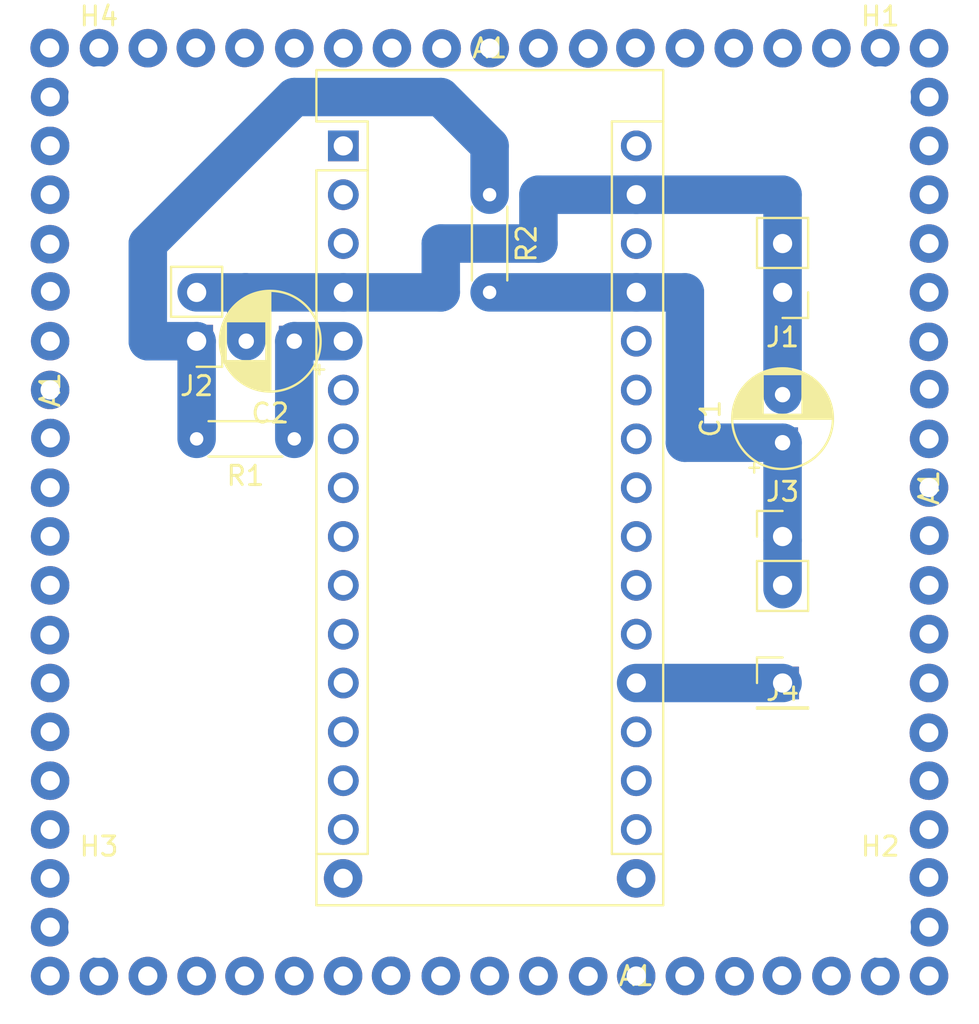
<source format=kicad_pcb>
(kicad_pcb (version 20211014) (generator pcbnew)
  (layers (0 "F.Cu" signal) (31 "B.Cu" signal) (34 "B.Paste" user) (35 "F.Paste" user) (36 "B.SilkS" user "B.Silkscreen") (37 "F.SilkS" user "F.Silkscreen") (38 "B.Mask" user) (39 "F.Mask" user) (44 "Edge.Cuts" user))
  (net 0 "")
  (net 4 "GND")
  (net 5 "Net-(A1-Pad5)")
  (net 22 "+5V")
  (net 25 "Net-(J2-Pad1)")
  (net 28 "Net-(J4-Pad1)")
  (footprint "Capacitor_THT:CP_Radial_D5.0mm_P2.50mm" (layer "F.Cu") (at 154.94 96.72 90)
    (fp_text reference "C1" (at 1.25 -3.75 90) (layer "F.SilkS"))
    (fp_text value "10uF")
    (fp_line (start 1.65 -2.55) (end 1.65 -1.04) (layer "F.SilkS") (width 0.12))
    (fp_line (start 1.53 -2.565) (end 1.53 -1.04) (layer "F.SilkS") (width 0.12))
    (fp_line (start 3.091 -1.826) (end 3.091 -1.04) (layer "F.SilkS") (width 0.12))
    (fp_line (start 3.131 1.04) (end 3.131 1.785) (layer "F.SilkS") (width 0.12))
    (fp_line (start 2.651 -2.175) (end 2.651 -1.04) (layer "F.SilkS") (width 0.12))
    (fp_line (start 2.611 -2.2) (end 2.611 -1.04) (layer "F.SilkS") (width 0.12))
    (fp_line (start 1.61 1.04) (end 1.61 2.556) (layer "F.SilkS") (width 0.12))
    (fp_line (start 2.891 1.04) (end 2.891 2.004) (layer "F.SilkS") (width 0.12))
    (fp_line (start 2.291 1.04) (end 2.291 2.365) (layer "F.SilkS") (width 0.12))
    (fp_line (start 3.411 1.04) (end 3.411 1.443) (layer "F.SilkS") (width 0.12))
    (fp_line (start 2.611 1.04) (end 2.611 2.2) (layer "F.SilkS") (width 0.12))
    (fp_line (start -1.304775 -1.725) (end -1.304775 -1.225) (layer "F.SilkS") (width 0.12))
    (fp_line (start 1.53 1.04) (end 1.53 2.565) (layer "F.SilkS") (width 0.12))
    (fp_line (start 2.131 1.04) (end 2.131 2.428) (layer "F.SilkS") (width 0.12))
    (fp_line (start -1.554775 -1.475) (end -1.054775 -1.475) (layer "F.SilkS") (width 0.12))
    (fp_line (start 2.411 1.04) (end 2.411 2.31) (layer "F.SilkS") (width 0.12))
    (fp_line (start 2.091 1.04) (end 2.091 2.442) (layer "F.SilkS") (width 0.12))
    (fp_line (start 2.491 -2.268) (end 2.491 -1.04) (layer "F.SilkS") (width 0.12))
    (fp_line (start 2.691 -2.149) (end 2.691 -1.04) (layer "F.SilkS") (width 0.12))
    (fp_line (start 2.931 -1.971) (end 2.931 -1.04) (layer "F.SilkS") (width 0.12))
    (fp_line (start 1.93 -2.491) (end 1.93 -1.04) (layer "F.SilkS") (width 0.12))
    (fp_line (start 2.171 -2.414) (end 2.171 -1.04) (layer "F.SilkS") (width 0.12))
    (fp_line (start 1.89 1.04) (end 1.89 2.501) (layer "F.SilkS") (width 0.12))
    (fp_line (start 3.251 1.04) (end 3.251 1.653) (layer "F.SilkS") (width 0.12))
    (fp_line (start 1.971 1.04) (end 1.971 2.48) (layer "F.SilkS") (width 0.12))
    (fp_line (start 2.731 1.04) (end 2.731 2.122) (layer "F.SilkS") (width 0.12))
    (fp_line (start 3.211 -1.699) (end 3.211 -1.04) (layer "F.SilkS") (width 0.12))
    (fp_line (start 3.011 -1.901) (end 3.011 -1.04) (layer "F.SilkS") (width 0.12))
    (fp_line (start 1.69 1.04) (end 1.69 2.543) (layer "F.SilkS") (width 0.12))
    (fp_line (start 1.65 1.04) (end 1.65 2.55) (layer "F.SilkS") (width 0.12))
    (fp_line (start 3.691 -0.915) (end 3.691 0.915) (layer "F.SilkS") (width 0.12))
    (fp_line (start 1.77 1.04) (end 1.77 2.528) (layer "F.SilkS") (width 0.12))
    (fp_line (start 2.011 -2.468) (end 2.011 -1.04) (layer "F.SilkS") (width 0.12))
    (fp_line (start 2.411 -2.31) (end 2.411 -1.04) (layer "F.SilkS") (width 0.12))
    (fp_line (start 2.371 -2.329) (end 2.371 -1.04) (layer "F.SilkS") (width 0.12))
    (fp_line (start 2.331 -2.348) (end 2.331 -1.04) (layer "F.SilkS") (width 0.12))
    (fp_line (start 2.771 1.04) (end 2.771 2.095) (layer "F.SilkS") (width 0.12))
    (fp_line (start 1.85 1.04) (end 1.85 2.511) (layer "F.SilkS") (width 0.12))
    (fp_line (start 3.051 1.04) (end 3.051 1.864) (layer "F.SilkS") (width 0.12))
    (fp_line (start 1.45 -2.573) (end 1.45 2.573) (layer "F.SilkS") (width 0.12))
    (fp_line (start 2.051 1.04) (end 2.051 2.455) (layer "F.SilkS") (width 0.12))
    (fp_line (start 2.891 -2.004) (end 2.891 -1.04) (layer "F.SilkS") (width 0.12))
    (fp_line (start 3.251 -1.653) (end 3.251 -1.04) (layer "F.SilkS") (width 0.12))
    (fp_line (start 2.571 -2.224) (end 2.571 -1.04) (layer "F.SilkS") (width 0.12))
    (fp_line (start 3.611 -1.098) (end 3.611 1.098) (layer "F.SilkS") (width 0.12))
    (fp_line (start 1.25 -2.58) (end 1.25 2.58) (layer "F.SilkS") (width 0.12))
    (fp_line (start 1.81 1.04) (end 1.81 2.52) (layer "F.SilkS") (width 0.12))
    (fp_line (start 1.33 -2.579) (end 1.33 2.579) (layer "F.SilkS") (width 0.12))
    (fp_line (start 3.451 1.04) (end 3.451 1.383) (layer "F.SilkS") (width 0.12))
    (fp_line (start 2.091 -2.442) (end 2.091 -1.04) (layer "F.SilkS") (width 0.12))
    (fp_line (start 1.73 -2.536) (end 1.73 -1.04) (layer "F.SilkS") (width 0.12))
    (fp_line (start 3.491 1.04) (end 3.491 1.319) (layer "F.SilkS") (width 0.12))
    (fp_line (start 3.491 -1.319) (end 3.491 -1.04) (layer "F.SilkS") (width 0.12))
    (fp_line (start 1.69 -2.543) (end 1.69 -1.04) (layer "F.SilkS") (width 0.12))
    (fp_line (start 2.011 1.04) (end 2.011 2.468) (layer "F.SilkS") (width 0.12))
    (fp_line (start 1.37 -2.578) (end 1.37 2.578) (layer "F.SilkS") (width 0.12))
    (fp_line (start 2.971 1.04) (end 2.971 1.937) (layer "F.SilkS") (width 0.12))
    (fp_line (start 2.691 1.04) (end 2.691 2.149) (layer "F.SilkS") (width 0.12))
    (fp_line (start 3.451 -1.383) (end 3.451 -1.04) (layer "F.SilkS") (width 0.12))
    (fp_line (start 3.331 1.04) (end 3.331 1.554) (layer "F.SilkS") (width 0.12))
    (fp_line (start 2.211 -2.398) (end 2.211 -1.04) (layer "F.SilkS") (width 0.12))
    (fp_line (start 1.57 -2.561) (end 1.57 -1.04) (layer "F.SilkS") (width 0.12))
    (fp_line (start 2.851 -2.035) (end 2.851 -1.04) (layer "F.SilkS") (width 0.12))
    (fp_line (start 2.811 -2.065) (end 2.811 -1.04) (layer "F.SilkS") (width 0.12))
    (fp_line (start 1.971 -2.48) (end 1.971 -1.04) (layer "F.SilkS") (width 0.12))
    (fp_line (start 3.051 -1.864) (end 3.051 -1.04) (layer "F.SilkS") (width 0.12))
    (fp_line (start 2.971 -1.937) (end 2.971 -1.04) (layer "F.SilkS") (width 0.12))
    (fp_line (start 3.571 -1.178) (end 3.571 1.178) (layer "F.SilkS") (width 0.12))
    (fp_line (start 1.29 -2.58) (end 1.29 2.58) (layer "F.SilkS") (width 0.12))
    (fp_line (start 3.291 1.04) (end 3.291 1.605) (layer "F.SilkS") (width 0.12))
    (fp_line (start 3.731 -0.805) (end 3.731 0.805) (layer "F.SilkS") (width 0.12))
    (fp_line (start 2.811 1.04) (end 2.811 2.065) (layer "F.SilkS") (width 0.12))
    (fp_line (start 3.411 -1.443) (end 3.411 -1.04) (layer "F.SilkS") (width 0.12))
    (fp_line (start 1.81 -2.52) (end 1.81 -1.04) (layer "F.SilkS") (width 0.12))
    (fp_line (start 1.93 1.04) (end 1.93 2.491) (layer "F.SilkS") (width 0.12))
    (fp_line (start 1.49 1.04) (end 1.49 2.569) (layer "F.SilkS") (width 0.12))
    (fp_line (start 3.291 -1.605) (end 3.291 -1.04) (layer "F.SilkS") (width 0.12))
    (fp_line (start 2.131 -2.428) (end 2.131 -1.04) (layer "F.SilkS") (width 0.12))
    (fp_line (start 1.89 -2.501) (end 1.89 -1.04) (layer "F.SilkS") (width 0.12))
    (fp_line (start 2.851 1.04) (end 2.851 2.035) (layer "F.SilkS") (width 0.12))
    (fp_line (start 2.531 1.04) (end 2.531 2.247) (layer "F.SilkS") (width 0.12))
    (fp_line (start 1.49 -2.569) (end 1.49 -1.04) (layer "F.SilkS") (width 0.12))
    (fp_line (start 2.211 1.04) (end 2.211 2.398) (layer "F.SilkS") (width 0.12))
    (fp_line (start 2.331 1.04) (end 2.331 2.348) (layer "F.SilkS") (width 0.12))
    (fp_line (start 1.61 -2.556) (end 1.61 -1.04) (layer "F.SilkS") (width 0.12))
    (fp_line (start 3.171 1.04) (end 3.171 1.743) (layer "F.SilkS") (width 0.12))
    (fp_line (start 3.211 1.04) (end 3.211 1.699) (layer "F.SilkS") (width 0.12))
    (fp_line (start 2.451 -2.29) (end 2.451 -1.04) (layer "F.SilkS") (width 0.12))
    (fp_line (start 1.57 1.04) (end 1.57 2.561) (layer "F.SilkS") (width 0.12))
    (fp_line (start 3.331 -1.554) (end 3.331 -1.04) (layer "F.SilkS") (width 0.12))
    (fp_line (start 2.251 1.04) (end 2.251 2.382) (layer "F.SilkS") (width 0.12))
    (fp_line (start 3.651 -1.011) (end 3.651 1.011) (layer "F.SilkS") (width 0.12))
    (fp_line (start 1.41 -2.576) (end 1.41 2.576) (layer "F.SilkS") (width 0.12))
    (fp_line (start 3.091 1.04) (end 3.091 1.826) (layer "F.SilkS") (width 0.12))
    (fp_line (start 2.251 -2.382) (end 2.251 -1.04) (layer "F.SilkS") (width 0.12))
    (fp_line (start 1.85 -2.511) (end 1.85 -1.04) (layer "F.SilkS") (width 0.12))
    (fp_line (start 1.77 -2.528) (end 1.77 -1.04) (layer "F.SilkS") (width 0.12))
    (fp_line (start 3.531 -1.251) (end 3.531 -1.04) (layer "F.SilkS") (width 0.12))
    (fp_line (start 3.851 -0.284) (end 3.851 0.284) (layer "F.SilkS") (width 0.12))
    (fp_line (start 3.011 1.04) (end 3.011 1.901) (layer "F.SilkS") (width 0.12))
    (fp_line (start 2.931 1.04) (end 2.931 1.971) (layer "F.SilkS") (width 0.12))
    (fp_line (start 3.531 1.04) (end 3.531 1.251) (layer "F.SilkS") (width 0.12))
    (fp_line (start 2.291 -2.365) (end 2.291 -1.04) (layer "F.SilkS") (width 0.12))
    (fp_line (start 3.371 -1.5) (end 3.371 -1.04) (layer "F.SilkS") (width 0.12))
    (fp_line (start 3.171 -1.743) (end 3.171 -1.04) (layer "F.SilkS") (width 0.12))
    (fp_line (start 2.771 -2.095) (end 2.771 -1.04) (layer "F.SilkS") (width 0.12))
    (fp_line (start 2.451 1.04) (end 2.451 2.29) (layer "F.SilkS") (width 0.12))
    (fp_line (start 3.131 -1.785) (end 3.131 -1.04) (layer "F.SilkS") (width 0.12))
    (fp_line (start 2.371 1.04) (end 2.371 2.329) (layer "F.SilkS") (width 0.12))
    (fp_line (start 3.371 1.04) (end 3.371 1.5) (layer "F.SilkS") (width 0.12))
    (fp_line (start 2.531 -2.247) (end 2.531 -1.04) (layer "F.SilkS") (width 0.12))
    (fp_line (start 2.571 1.04) (end 2.571 2.224) (layer "F.SilkS") (width 0.12))
    (fp_line (start 2.051 -2.455) (end 2.051 -1.04) (layer "F.SilkS") (width 0.12))
    (fp_line (start 2.171 1.04) (end 2.171 2.414) (layer "F.SilkS") (width 0.12))
    (fp_line (start 2.651 1.04) (end 2.651 2.175) (layer "F.SilkS") (width 0.12))
    (fp_line (start 1.73 1.04) (end 1.73 2.536) (layer "F.SilkS") (width 0.12))
    (fp_line (start 3.771 -0.677) (end 3.771 0.677) (layer "F.SilkS") (width 0.12))
    (fp_line (start 2.731 -2.122) (end 2.731 -1.04) (layer "F.SilkS") (width 0.12))
    (fp_line (start 3.811 -0.518) (end 3.811 0.518) (layer "F.SilkS") (width 0.12))
    (fp_line (start 2.491 1.04) (end 2.491 2.268) (layer "F.SilkS") (width 0.12))
    (fp_circle (center 1.25 0) (end 3.87 0) (layer "F.SilkS") (width 0.12) (fill none))
    (pad "1" thru_hole rect (at 0 0 90) (size 1.6 1.6) (drill 0.8) (layers *.Cu *.Mask) (net 22 "+5V"))
    (pad "2" thru_hole circle (at 2.5 0 90) (size 1.6 1.6) (drill 0.8) (layers *.Cu *.Mask) (net 4 "GND"))
  )
  (footprint "Capacitor_THT:CP_Radial_D5.0mm_P2.50mm" (layer "F.Cu") (at 129.54 91.44 180)
    (fp_text reference "C2" (at 1.25 -3.75) (layer "F.SilkS"))
    (fp_text value "10uF")
    (fp_line (start 1.25 -2.58) (end 1.25 2.58) (layer "F.SilkS") (width 0.12))
    (fp_line (start 2.531 1.04) (end 2.531 2.247) (layer "F.SilkS") (width 0.12))
    (fp_line (start 3.331 1.04) (end 3.331 1.554) (layer "F.SilkS") (width 0.12))
    (fp_line (start 2.131 -2.428) (end 2.131 -1.04) (layer "F.SilkS") (width 0.12))
    (fp_line (start 2.211 1.04) (end 2.211 2.398) (layer "F.SilkS") (width 0.12))
    (fp_line (start 2.011 1.04) (end 2.011 2.468) (layer "F.SilkS") (width 0.12))
    (fp_line (start 3.291 1.04) (end 3.291 1.605) (layer "F.SilkS") (width 0.12))
    (fp_line (start 1.69 -2.543) (end 1.69 -1.04) (layer "F.SilkS") (width 0.12))
    (fp_line (start 3.211 1.04) (end 3.211 1.699) (layer "F.SilkS") (width 0.12))
    (fp_line (start 3.371 -1.5) (end 3.371 -1.04) (layer "F.SilkS") (width 0.12))
    (fp_line (start 2.371 -2.329) (end 2.371 -1.04) (layer "F.SilkS") (width 0.12))
    (fp_line (start 2.371 1.04) (end 2.371 2.329) (layer "F.SilkS") (width 0.12))
    (fp_line (start 2.451 -2.29) (end 2.451 -1.04) (layer "F.SilkS") (width 0.12))
    (fp_line (start 2.491 -2.268) (end 2.491 -1.04) (layer "F.SilkS") (width 0.12))
    (fp_line (start 3.091 -1.826) (end 3.091 -1.04) (layer "F.SilkS") (width 0.12))
    (fp_line (start 3.251 1.04) (end 3.251 1.653) (layer "F.SilkS") (width 0.12))
    (fp_line (start 3.331 -1.554) (end 3.331 -1.04) (layer "F.SilkS") (width 0.12))
    (fp_line (start 2.691 -2.149) (end 2.691 -1.04) (layer "F.SilkS") (width 0.12))
    (fp_line (start 2.171 1.04) (end 2.171 2.414) (layer "F.SilkS") (width 0.12))
    (fp_line (start 2.651 -2.175) (end 2.651 -1.04) (layer "F.SilkS") (width 0.12))
    (fp_line (start -1.304775 -1.725) (end -1.304775 -1.225) (layer "F.SilkS") (width 0.12))
    (fp_line (start 2.251 -2.382) (end 2.251 -1.04) (layer "F.SilkS") (width 0.12))
    (fp_line (start 3.531 1.04) (end 3.531 1.251) (layer "F.SilkS") (width 0.12))
    (fp_line (start 2.691 1.04) (end 2.691 2.149) (layer "F.SilkS") (width 0.12))
    (fp_line (start 1.57 -2.561) (end 1.57 -1.04) (layer "F.SilkS") (width 0.12))
    (fp_line (start 2.331 1.04) (end 2.331 2.348) (layer "F.SilkS") (width 0.12))
    (fp_line (start 1.971 1.04) (end 1.971 2.48) (layer "F.SilkS") (width 0.12))
    (fp_line (start 2.771 1.04) (end 2.771 2.095) (layer "F.SilkS") (width 0.12))
    (fp_line (start 2.171 -2.414) (end 2.171 -1.04) (layer "F.SilkS") (width 0.12))
    (fp_line (start 1.57 1.04) (end 1.57 2.561) (layer "F.SilkS") (width 0.12))
    (fp_line (start 3.131 -1.785) (end 3.131 -1.04) (layer "F.SilkS") (width 0.12))
    (fp_line (start 1.49 1.04) (end 1.49 2.569) (layer "F.SilkS") (width 0.12))
    (fp_line (start 2.971 -1.937) (end 2.971 -1.04) (layer "F.SilkS") (width 0.12))
    (fp_line (start 3.451 -1.383) (end 3.451 -1.04) (layer "F.SilkS") (width 0.12))
    (fp_line (start 2.451 1.04) (end 2.451 2.29) (layer "F.SilkS") (width 0.12))
    (fp_line (start 3.731 -0.805) (end 3.731 0.805) (layer "F.SilkS") (width 0.12))
    (fp_line (start 3.251 -1.653) (end 3.251 -1.04) (layer "F.SilkS") (width 0.12))
    (fp_line (start 1.85 -2.511) (end 1.85 -1.04) (layer "F.SilkS") (width 0.12))
    (fp_line (start 3.131 1.04) (end 3.131 1.785) (layer "F.SilkS") (width 0.12))
    (fp_line (start 3.451 1.04) (end 3.451 1.383) (layer "F.SilkS") (width 0.12))
    (fp_line (start 2.611 1.04) (end 2.611 2.2) (layer "F.SilkS") (width 0.12))
    (fp_line (start 2.091 1.04) (end 2.091 2.442) (layer "F.SilkS") (width 0.12))
    (fp_line (start 1.81 1.04) (end 1.81 2.52) (layer "F.SilkS") (width 0.12))
    (fp_line (start 3.411 -1.443) (end 3.411 -1.04) (layer "F.SilkS") (width 0.12))
    (fp_line (start 3.491 1.04) (end 3.491 1.319) (layer "F.SilkS") (width 0.12))
    (fp_line (start 2.331 -2.348) (end 2.331 -1.04) (layer "F.SilkS") (width 0.12))
    (fp_line (start 3.611 -1.098) (end 3.611 1.098) (layer "F.SilkS") (width 0.12))
    (fp_line (start 3.531 -1.251) (end 3.531 -1.04) (layer "F.SilkS") (width 0.12))
    (fp_line (start 2.891 1.04) (end 2.891 2.004) (layer "F.SilkS") (width 0.12))
    (fp_line (start 3.691 -0.915) (end 3.691 0.915) (layer "F.SilkS") (width 0.12))
    (fp_line (start 1.85 1.04) (end 1.85 2.511) (layer "F.SilkS") (width 0.12))
    (fp_line (start 2.411 1.04) (end 2.411 2.31) (layer "F.SilkS") (width 0.12))
    (fp_line (start 1.93 1.04) (end 1.93 2.491) (layer "F.SilkS") (width 0.12))
    (fp_line (start 3.091 1.04) (end 3.091 1.826) (layer "F.SilkS") (width 0.12))
    (fp_line (start 3.011 1.04) (end 3.011 1.901) (layer "F.SilkS") (width 0.12))
    (fp_line (start 2.211 -2.398) (end 2.211 -1.04) (layer "F.SilkS") (width 0.12))
    (fp_line (start 2.971 1.04) (end 2.971 1.937) (layer "F.SilkS") (width 0.12))
    (fp_line (start 2.011 -2.468) (end 2.011 -1.04) (layer "F.SilkS") (width 0.12))
    (fp_line (start 1.971 -2.48) (end 1.971 -1.04) (layer "F.SilkS") (width 0.12))
    (fp_line (start 1.89 1.04) (end 1.89 2.501) (layer "F.SilkS") (width 0.12))
    (fp_line (start -1.554775 -1.475) (end -1.054775 -1.475) (layer "F.SilkS") (width 0.12))
    (fp_line (start 2.291 -2.365) (end 2.291 -1.04) (layer "F.SilkS") (width 0.12))
    (fp_line (start 3.051 -1.864) (end 3.051 -1.04) (layer "F.SilkS") (width 0.12))
    (fp_line (start 2.491 1.04) (end 2.491 2.268) (layer "F.SilkS") (width 0.12))
    (fp_line (start 1.89 -2.501) (end 1.89 -1.04) (layer "F.SilkS") (width 0.12))
    (fp_line (start 3.651 -1.011) (end 3.651 1.011) (layer "F.SilkS") (width 0.12))
    (fp_line (start 2.851 1.04) (end 2.851 2.035) (layer "F.SilkS") (width 0.12))
    (fp_line (start 2.851 -2.035) (end 2.851 -1.04) (layer "F.SilkS") (width 0.12))
    (fp_line (start 1.69 1.04) (end 1.69 2.543) (layer "F.SilkS") (width 0.12))
    (fp_line (start 3.371 1.04) (end 3.371 1.5) (layer "F.SilkS") (width 0.12))
    (fp_line (start 1.53 1.04) (end 1.53 2.565) (layer "F.SilkS") (width 0.12))
    (fp_line (start 1.29 -2.58) (end 1.29 2.58) (layer "F.SilkS") (width 0.12))
    (fp_line (start 2.571 1.04) (end 2.571 2.224) (layer "F.SilkS") (width 0.12))
    (fp_line (start 3.411 1.04) (end 3.411 1.443) (layer "F.SilkS") (width 0.12))
    (fp_line (start 3.771 -0.677) (end 3.771 0.677) (layer "F.SilkS") (width 0.12))
    (fp_line (start 1.77 1.04) (end 1.77 2.528) (layer "F.SilkS") (width 0.12))
    (fp_line (start 2.651 1.04) (end 2.651 2.175) (layer "F.SilkS") (width 0.12))
    (fp_line (start 1.81 -2.52) (end 1.81 -1.04) (layer "F.SilkS") (width 0.12))
    (fp_line (start 3.171 1.04) (end 3.171 1.743) (layer "F.SilkS") (width 0.12))
    (fp_line (start 2.811 1.04) (end 2.811 2.065) (layer "F.SilkS") (width 0.12))
    (fp_line (start 2.091 -2.442) (end 2.091 -1.04) (layer "F.SilkS") (width 0.12))
    (fp_line (start 2.891 -2.004) (end 2.891 -1.04) (layer "F.SilkS") (width 0.12))
    (fp_line (start 2.251 1.04) (end 2.251 2.382) (layer "F.SilkS") (width 0.12))
    (fp_line (start 2.411 -2.31) (end 2.411 -1.04) (layer "F.SilkS") (width 0.12))
    (fp_line (start 3.571 -1.178) (end 3.571 1.178) (layer "F.SilkS") (width 0.12))
    (fp_line (start 1.73 1.04) (end 1.73 2.536) (layer "F.SilkS") (width 0.12))
    (fp_line (start 1.33 -2.579) (end 1.33 2.579) (layer "F.SilkS") (width 0.12))
    (fp_line (start 3.051 1.04) (end 3.051 1.864) (layer "F.SilkS") (width 0.12))
    (fp_line (start 3.011 -1.901) (end 3.011 -1.04) (layer "F.SilkS") (width 0.12))
    (fp_line (start 2.611 -2.2) (end 2.611 -1.04) (layer "F.SilkS") (width 0.12))
    (fp_line (start 1.93 -2.491) (end 1.93 -1.04) (layer "F.SilkS") (width 0.12))
    (fp_line (start 3.171 -1.743) (end 3.171 -1.04) (layer "F.SilkS") (width 0.12))
    (fp_line (start 1.61 -2.556) (end 1.61 -1.04) (layer "F.SilkS") (width 0.12))
    (fp_line (start 2.051 -2.455) (end 2.051 -1.04) (layer "F.SilkS") (width 0.12))
    (fp_line (start 2.051 1.04) (end 2.051 2.455) (layer "F.SilkS") (width 0.12))
    (fp_line (start 2.731 1.04) (end 2.731 2.122) (layer "F.SilkS") (width 0.12))
    (fp_line (start 1.49 -2.569) (end 1.49 -1.04) (layer "F.SilkS") (width 0.12))
    (fp_line (start 1.45 -2.573) (end 1.45 2.573) (layer "F.SilkS") (width 0.12))
    (fp_line (start 2.931 -1.971) (end 2.931 -1.04) (layer "F.SilkS") (width 0.12))
    (fp_line (start 2.811 -2.065) (end 2.811 -1.04) (layer "F.SilkS") (width 0.12))
    (fp_line (start 2.131 1.04) (end 2.131 2.428) (layer "F.SilkS") (width 0.12))
    (fp_line (start 2.291 1.04) (end 2.291 2.365) (layer "F.SilkS") (width 0.12))
    (fp_line (start 2.731 -2.122) (end 2.731 -1.04) (layer "F.SilkS") (width 0.12))
    (fp_line (start 1.41 -2.576) (end 1.41 2.576) (layer "F.SilkS") (width 0.12))
    (fp_line (start 2.931 1.04) (end 2.931 1.971) (layer "F.SilkS") (width 0.12))
    (fp_line (start 3.851 -0.284) (end 3.851 0.284) (layer "F.SilkS") (width 0.12))
    (fp_line (start 2.571 -2.224) (end 2.571 -1.04) (layer "F.SilkS") (width 0.12))
    (fp_line (start 1.73 -2.536) (end 1.73 -1.04) (layer "F.SilkS") (width 0.12))
    (fp_line (start 1.65 1.04) (end 1.65 2.55) (layer "F.SilkS") (width 0.12))
    (fp_line (start 1.65 -2.55) (end 1.65 -1.04) (layer "F.SilkS") (width 0.12))
    (fp_line (start 3.491 -1.319) (end 3.491 -1.04) (layer "F.SilkS") (width 0.12))
    (fp_line (start 1.77 -2.528) (end 1.77 -1.04) (layer "F.SilkS") (width 0.12))
    (fp_line (start 3.211 -1.699) (end 3.211 -1.04) (layer "F.SilkS") (width 0.12))
    (fp_line (start 2.531 -2.247) (end 2.531 -1.04) (layer "F.SilkS") (width 0.12))
    (fp_line (start 1.53 -2.565) (end 1.53 -1.04) (layer "F.SilkS") (width 0.12))
    (fp_line (start 3.811 -0.518) (end 3.811 0.518) (layer "F.SilkS") (width 0.12))
    (fp_line (start 1.37 -2.578) (end 1.37 2.578) (layer "F.SilkS") (width 0.12))
    (fp_line (start 1.61 1.04) (end 1.61 2.556) (layer "F.SilkS") (width 0.12))
    (fp_line (start 2.771 -2.095) (end 2.771 -1.04) (layer "F.SilkS") (width 0.12))
    (fp_line (start 3.291 -1.605) (end 3.291 -1.04) (layer "F.SilkS") (width 0.12))
    (fp_circle (center 1.25 0) (end 3.87 0) (layer "F.SilkS") (width 0.12) (fill none))
    (pad "1" thru_hole rect (at 0 0 180) (size 1.6 1.6) (drill 0.8) (layers *.Cu *.Mask) (net 5 "Net-(A1-Pad5)"))
    (pad "2" thru_hole circle (at 2.5 0 180) (size 1.6 1.6) (drill 0.8) (layers *.Cu *.Mask) (net 4 "GND"))
  )
  (footprint "Connector_PinHeader_2.54mm:PinHeader_1x02_P2.54mm_Vertical" (layer "F.Cu") (at 154.94 88.9 180)
    (fp_text reference "J1" (at 0 -2.33) (layer "F.SilkS"))
    (fp_text value "Conn_01x02")
    (fp_line (start -1.33 -1.33) (end 0 -1.33) (layer "F.SilkS") (width 0.12))
    (fp_line (start -1.33 1.27) (end -1.33 3.87) (layer "F.SilkS") (width 0.12))
    (fp_line (start -1.33 3.87) (end 1.33 3.87) (layer "F.SilkS") (width 0.12))
    (fp_line (start -1.33 0) (end -1.33 -1.33) (layer "F.SilkS") (width 0.12))
    (fp_line (start -1.33 1.27) (end 1.33 1.27) (layer "F.SilkS") (width 0.12))
    (fp_line (start 1.33 1.27) (end 1.33 3.87) (layer "F.SilkS") (width 0.12))
    (pad "1" thru_hole rect (at 0 0 180) (size 1.7 1.7) (drill 1) (layers *.Cu *.Mask) (net 4 "GND"))
    (pad "2" thru_hole oval (at 0 2.54 180) (size 1.7 1.7) (drill 1) (layers *.Cu *.Mask) (net 4 "GND"))
  )
  (footprint "Connector_PinHeader_2.54mm:PinHeader_1x02_P2.54mm_Vertical" (layer "F.Cu") (at 154.94 101.6)
    (fp_text reference "J3" (at 0 -2.33) (layer "F.SilkS"))
    (fp_text value "Conn_01x02")
    (fp_line (start 1.33 1.27) (end 1.33 3.87) (layer "F.SilkS") (width 0.12))
    (fp_line (start -1.33 1.27) (end 1.33 1.27) (layer "F.SilkS") (width 0.12))
    (fp_line (start -1.33 0) (end -1.33 -1.33) (layer "F.SilkS") (width 0.12))
    (fp_line (start -1.33 1.27) (end -1.33 3.87) (layer "F.SilkS") (width 0.12))
    (fp_line (start -1.33 3.87) (end 1.33 3.87) (layer "F.SilkS") (width 0.12))
    (fp_line (start -1.33 -1.33) (end 0 -1.33) (layer "F.SilkS") (width 0.12))
    (pad "1" thru_hole rect (at 0 0) (size 1.7 1.7) (drill 1) (layers *.Cu *.Mask) (net 22 "+5V"))
    (pad "2" thru_hole oval (at 0 2.54) (size 1.7 1.7) (drill 1) (layers *.Cu *.Mask) (net 22 "+5V"))
  )
  (footprint "MountingHole:MountingHole_3.2mm_M3" (layer "F.Cu") (at 160.02 121.92)
    (fp_text reference "H2" (at 0 -4.2) (layer "F.SilkS"))
    (fp_text value "MountingHole")
    (pad "" np_thru_hole circle (at 0 0) (size 3.2 3.2) (drill 3.2) (layers *.Cu *.Mask))
  )
  (footprint "MountingHole:MountingHole_3.2mm_M3" (layer "F.Cu") (at 160.02 78.74)
    (fp_text reference "H1" (at 0 -4.2) (layer "F.SilkS"))
    (fp_text value "MountingHole")
    (pad "" np_thru_hole circle (at 0 0) (size 3.2 3.2) (drill 3.2) (layers *.Cu *.Mask))
  )
  (footprint "MountingHole:MountingHole_3.2mm_M3" (layer "F.Cu") (at 119.38 121.92)
    (fp_text reference "H3" (at 0 -4.2) (layer "F.SilkS"))
    (fp_text value "MountingHole")
    (pad "" np_thru_hole circle (at 0 0) (size 3.2 3.2) (drill 3.2) (layers *.Cu *.Mask))
  )
  (footprint "Connector_PinHeader_2.54mm:PinHeader_1x02_P2.54mm_Vertical" (layer "F.Cu") (at 124.46 91.44 180)
    (fp_text reference "J2" (at 0 -2.33) (layer "F.SilkS"))
    (fp_text value "Conn_01x02")
    (fp_line (start -1.33 1.27) (end -1.33 3.87) (layer "F.SilkS") (width 0.12))
    (fp_line (start -1.33 -1.33) (end 0 -1.33) (layer "F.SilkS") (width 0.12))
    (fp_line (start -1.33 3.87) (end 1.33 3.87) (layer "F.SilkS") (width 0.12))
    (fp_line (start -1.33 1.27) (end 1.33 1.27) (layer "F.SilkS") (width 0.12))
    (fp_line (start -1.33 0) (end -1.33 -1.33) (layer "F.SilkS") (width 0.12))
    (fp_line (start 1.33 1.27) (end 1.33 3.87) (layer "F.SilkS") (width 0.12))
    (pad "1" thru_hole rect (at 0 0 180) (size 1.7 1.7) (drill 1) (layers *.Cu *.Mask) (net 25 "Net-(J2-Pad1)"))
    (pad "2" thru_hole oval (at 0 2.54 180) (size 1.7 1.7) (drill 1) (layers *.Cu *.Mask) (net 4 "GND"))
  )
  (footprint "Resistor_THT:R_Axial_DIN0204_L3.6mm_D1.6mm_P5.08mm_Horizontal" (layer "F.Cu") (at 139.7 83.82 -90)
    (fp_text reference "R2" (at 2.54 -1.92 90) (layer "F.SilkS"))
    (fp_text value "10k")
    (fp_line (start 0.62 -0.92) (end 4.46 -0.92) (layer "F.SilkS") (width 0.12))
    (fp_line (start 0.62 0.92) (end 4.46 0.92) (layer "F.SilkS") (width 0.12))
    (pad "1" thru_hole circle (at 0 0 270) (size 1.4 1.4) (drill 0.7) (layers *.Cu *.Mask) (net 25 "Net-(J2-Pad1)"))
    (pad "2" thru_hole oval (at 5.08 0 270) (size 1.4 1.4) (drill 0.7) (layers *.Cu *.Mask) (net 22 "+5V"))
  )
  (footprint "Connector_PinHeader_2.54mm:PinHeader_1x01_P2.54mm_Vertical" (layer "F.Cu") (at 154.94 109.22)
    (fp_text reference "J4" (at 0 0.41) (layer "F.SilkS"))
    (fp_text value "Conn_01x01")
    (fp_line (start -1.33 0) (end -1.33 -1.33) (layer "F.SilkS") (width 0.12))
    (fp_line (start -1.33 -1.33) (end 0 -1.33) (layer "F.SilkS") (width 0.12))
    (fp_line (start -1.33 1.27) (end -1.33 1.33) (layer "F.SilkS") (width 0.12))
    (fp_line (start 1.33 1.27) (end 1.33 1.33) (layer "F.SilkS") (width 0.12))
    (fp_line (start -1.33 1.33) (end 1.33 1.33) (layer "F.SilkS") (width 0.12))
    (fp_line (start -1.33 1.27) (end 1.33 1.27) (layer "F.SilkS") (width 0.12))
    (pad "1" thru_hole rect (at 0 0) (size 1.7 1.7) (drill 1) (layers *.Cu *.Mask) (net 28 "Net-(J4-Pad1)"))
  )
  (footprint "MountingHole:MountingHole_3.2mm_M3" (layer "F.Cu") (at 119.38 78.74)
    (fp_text reference "H4" (at 0 -4.2) (layer "F.SilkS"))
    (fp_text value "MountingHole")
    (pad "" np_thru_hole circle (at 0 0) (size 3.2 3.2) (drill 3.2) (layers *.Cu *.Mask))
  )
  (footprint "Module:Arduino_Nano" (layer "F.Cu") (at 132.09 81.28)
    (fp_text reference "A1" (at 7.62 -5.08) (layer "F.SilkS"))
    (fp_text value "Arduino_Nano_Every")
    (fp_line (start 13.97 36.83) (end 16.64 36.83) (layer "F.SilkS") (width 0.12))
    (fp_line (start -1.4 -3.94) (end -1.4 -1.27) (layer "F.SilkS") (width 0.12))
    (fp_line (start 1.27 36.83) (end -1.4 36.83) (layer "F.SilkS") (width 0.12))
    (fp_line (start 1.27 1.27) (end 1.27 36.83) (layer "F.SilkS") (width 0.12))
    (fp_line (start 16.64 -3.94) (end -1.4 -3.94) (layer "F.SilkS") (width 0.12))
    (fp_line (start 16.64 39.5) (end 16.64 -3.94) (layer "F.SilkS") (width 0.12))
    (fp_line (start -1.4 1.27) (end -1.4 39.5) (layer "F.SilkS") (width 0.12))
    (fp_line (start 13.97 -1.27) (end 13.97 36.83) (layer "F.SilkS") (width 0.12))
    (fp_line (start -1.4 39.5) (end 16.64 39.5) (layer "F.SilkS") (width 0.12))
    (fp_line (start 13.97 -1.27) (end 16.64 -1.27) (layer "F.SilkS") (width 0.12))
    (fp_line (start 1.27 1.27) (end 1.27 -1.27) (layer "F.SilkS") (width 0.12))
    (fp_line (start 1.27 1.27) (end -1.4 1.27) (layer "F.SilkS") (width 0.12))
    (fp_line (start 1.27 -1.27) (end -1.4 -1.27) (layer "F.SilkS") (width 0.12))
    (pad "1" thru_hole rect (at 0 0) (size 1.6 1.6) (drill 1) (layers *.Cu *.Mask))
    (pad "2" thru_hole oval (at 0 2.54) (size 1.6 1.6) (drill 1) (layers *.Cu *.Mask))
    (pad "3" thru_hole oval (at 0 5.08) (size 1.6 1.6) (drill 1) (layers *.Cu *.Mask))
    (pad "4" thru_hole oval (at 0 7.62) (size 1.6 1.6) (drill 1) (layers *.Cu *.Mask) (net 4 "GND"))
    (pad "5" thru_hole oval (at 0 10.16) (size 1.6 1.6) (drill 1) (layers *.Cu *.Mask) (net 5 "Net-(A1-Pad5)"))
    (pad "6" thru_hole oval (at 0 12.7) (size 1.6 1.6) (drill 1) (layers *.Cu *.Mask))
    (pad "7" thru_hole oval (at 0 15.24) (size 1.6 1.6) (drill 1) (layers *.Cu *.Mask))
    (pad "8" thru_hole oval (at 0 17.78) (size 1.6 1.6) (drill 1) (layers *.Cu *.Mask))
    (pad "9" thru_hole oval (at 0 20.32) (size 1.6 1.6) (drill 1) (layers *.Cu *.Mask))
    (pad "10" thru_hole oval (at 0 22.86) (size 1.6 1.6) (drill 1) (layers *.Cu *.Mask))
    (pad "11" thru_hole oval (at 0 25.4) (size 1.6 1.6) (drill 1) (layers *.Cu *.Mask))
    (pad "12" thru_hole oval (at 0 27.94) (size 1.6 1.6) (drill 1) (layers *.Cu *.Mask))
    (pad "13" thru_hole oval (at 0 30.48) (size 1.6 1.6) (drill 1) (layers *.Cu *.Mask))
    (pad "14" thru_hole oval (at 0 33.02) (size 1.6 1.6) (drill 1) (layers *.Cu *.Mask))
    (pad "15" thru_hole oval (at 0 35.56) (size 1.6 1.6) (drill 1) (layers *.Cu *.Mask))
    (pad "16" thru_hole oval (at 15.24 35.56) (size 1.6 1.6) (drill 1) (layers *.Cu *.Mask))
    (pad "17" thru_hole oval (at 15.24 33.02) (size 1.6 1.6) (drill 1) (layers *.Cu *.Mask))
    (pad "18" thru_hole oval (at 15.24 30.48) (size 1.6 1.6) (drill 1) (layers *.Cu *.Mask))
    (pad "19" thru_hole oval (at 15.24 27.94) (size 1.6 1.6) (drill 1) (layers *.Cu *.Mask) (net 28 "Net-(J4-Pad1)"))
    (pad "20" thru_hole oval (at 15.24 25.4) (size 1.6 1.6) (drill 1) (layers *.Cu *.Mask))
    (pad "21" thru_hole oval (at 15.24 22.86) (size 1.6 1.6) (drill 1) (layers *.Cu *.Mask))
    (pad "22" thru_hole oval (at 15.24 20.32) (size 1.6 1.6) (drill 1) (layers *.Cu *.Mask))
    (pad "23" thru_hole oval (at 15.24 17.78) (size 1.6 1.6) (drill 1) (layers *.Cu *.Mask))
    (pad "24" thru_hole oval (at 15.24 15.24) (size 1.6 1.6) (drill 1) (layers *.Cu *.Mask))
    (pad "25" thru_hole oval (at 15.24 12.7) (size 1.6 1.6) (drill 1) (layers *.Cu *.Mask))
    (pad "26" thru_hole oval (at 15.24 10.16) (size 1.6 1.6) (drill 1) (layers *.Cu *.Mask))
    (pad "27" thru_hole oval (at 15.24 7.62) (size 1.6 1.6) (drill 1) (layers *.Cu *.Mask) (net 22 "+5V"))
    (pad "28" thru_hole oval (at 15.24 5.08) (size 1.6 1.6) (drill 1) (layers *.Cu *.Mask))
    (pad "29" thru_hole oval (at 15.24 2.54) (size 1.6 1.6) (drill 1) (layers *.Cu *.Mask) (net 4 "GND"))
    (pad "30" thru_hole oval (at 15.24 0) (size 1.6 1.6) (drill 1) (layers *.Cu *.Mask))
  )
  (footprint "Resistor_THT:R_Axial_DIN0204_L3.6mm_D1.6mm_P5.08mm_Horizontal" (layer "F.Cu") (at 129.54 96.52 180)
    (fp_text reference "R1" (at 2.54 -1.92) (layer "F.SilkS"))
    (fp_text value "10k")
    (fp_line (start 0.62 0.92) (end 4.46 0.92) (layer "F.SilkS") (width 0.12))
    (fp_line (start 0.62 -0.92) (end 4.46 -0.92) (layer "F.SilkS") (width 0.12))
    (pad "1" thru_hole circle (at 0 0 180) (size 1.4 1.4) (drill 0.7) (layers *.Cu *.Mask) (net 5 "Net-(A1-Pad5)"))
    (pad "2" thru_hole oval (at 5.08 0 180) (size 1.4 1.4) (drill 0.7) (layers *.Cu *.Mask) (net 25 "Net-(J2-Pad1)"))
  )
  (gr_text "A1" (at 116.84 93.97 90) (layer "F.SilkS") (effects (font (size 1 1))))
  (gr_text "A1" (at 162.56 99.05 90) (layer "F.SilkS") (effects (font (size 1 1))))
  (gr_text "A1" (at 147.33 124.46) (layer "F.SilkS") (effects (font (size 1 1))))
  (via (at 149.86 124.46) (size 2) (drill 1) (layers "F.Cu" "B.Cu") (net 0))
  (via (at 162.56 116.84) (size 2) (drill 1) (layers "F.Cu" "B.Cu") (net 0))
  (via (at 137.16 124.46) (size 2) (drill 1) (layers "F.Cu" "B.Cu") (net 0))
  (via (at 116.84 93.974642) (size 2) (drill 1) (layers "F.Cu" "B.Cu") (net 0))
  (via (at 116.84 116.84) (size 2) (drill 1) (layers "F.Cu" "B.Cu") (net 0))
  (via (at 116.84 91.44) (size 2) (drill 1) (layers "F.Cu" "B.Cu") (net 0))
  (via (at 119.38 76.2) (size 2) (drill 1) (layers "F.Cu" "B.Cu") (net 0))
  (via (at 142.24 124.46) (size 2) (drill 1) (layers "F.Cu" "B.Cu") (net 0))
  (via (at 162.573459 101.551775) (size 2) (drill 1) (layers "F.Cu" "B.Cu") (net 0))
  (via (at 162.546541 91.474767) (size 2) (drill 1) (layers "F.Cu" "B.Cu") (net 0))
  (via (at 149.86 76.2) (size 2) (drill 1) (layers "F.Cu" "B.Cu") (net 0))
  (via (at 152.4 76.2) (size 2) (drill 1) (layers "F.Cu" "B.Cu") (net 0))
  (via (at 116.84 114.3) (size 2) (drill 1) (layers "F.Cu" "B.Cu") (net 0))
  (via (at 124.417133 76.186541) (size 2) (drill 1) (layers "F.Cu" "B.Cu") (net 0))
  (via (at 144.828225 124.473459) (size 2) (drill 1) (layers "F.Cu" "B.Cu") (net 0))
  (via (at 126.951775 124.457383) (size 2) (drill 1) (layers "F.Cu" "B.Cu") (net 0))
  (via (at 162.56 104.14) (size 2) (drill 1) (layers "F.Cu" "B.Cu") (net 0))
  (via (at 116.84 111.76) (size 2) (drill 1) (layers "F.Cu" "B.Cu") (net 0))
  (via (at 162.56 106.674642) (size 2) (drill 1) (layers "F.Cu" "B.Cu") (net 0))
  (via (at 132.08 124.46) (size 2) (drill 1) (layers "F.Cu" "B.Cu") (net 0))
  (via (at 116.813208 76.186541) (size 2) (drill 1) (layers "F.Cu" "B.Cu") (net 0))
  (via (at 126.951775 76.186541) (size 2) (drill 1) (layers "F.Cu" "B.Cu") (net 0))
  (via (at 129.54 76.2) (size 2) (drill 1) (layers "F.Cu" "B.Cu") (net 0))
  (via (at 142.24 76.2) (size 2) (drill 1) (layers "F.Cu" "B.Cu") (net 0))
  (via (at 162.56 88.9) (size 2) (drill 1) (layers "F.Cu" "B.Cu") (net 0))
  (via (at 137.208225 76.213459) (size 2) (drill 1) (layers "F.Cu" "B.Cu") (net 0))
  (via (at 116.826541 106.728225) (size 2) (drill 1) (layers "F.Cu" "B.Cu") (net 0))
  (via (at 116.84 104.14) (size 2) (drill 1) (layers "F.Cu" "B.Cu") (net 0))
  (via (at 116.853459 88.851775) (size 2) (drill 1) (layers "F.Cu" "B.Cu") (net 0))
  (via (at 132.08 119.38) (size 2) (drill 1) (layers "F.Cu" "B.Cu") (net 0))
  (via (at 157.48 76.2) (size 2) (drill 1) (layers "F.Cu" "B.Cu") (net 0))
  (via (at 160.02 76.2) (size 2) (drill 1) (layers "F.Cu" "B.Cu") (net 0))
  (via (at 116.84 124.46) (size 2) (drill 1) (layers "F.Cu" "B.Cu") (net 0))
  (via (at 144.828225 76.213459) (size 2) (drill 1) (layers "F.Cu" "B.Cu") (net 0))
  (via (at 116.84 99.06) (size 2) (drill 1) (layers "F.Cu" "B.Cu") (net 0))
  (via (at 116.826541 86.394767) (size 2) (drill 1) (layers "F.Cu" "B.Cu") (net 0))
  (via (at 154.94 76.2) (size 2) (drill 1) (layers "F.Cu" "B.Cu") (net 0))
  (via (at 116.84 109.22) (size 2) (drill 1) (layers "F.Cu" "B.Cu") (net 0))
  (via (at 116.84 81.28) (size 2) (drill 1) (layers "F.Cu" "B.Cu") (net 0))
  (via (at 162.56 81.28) (size 2) (drill 1) (layers "F.Cu" "B.Cu") (net 0))
  (via (at 132.085358 76.2) (size 2) (drill 1) (layers "F.Cu" "B.Cu") (net 0))
  (via (at 162.546541 111.808225) (size 2) (drill 1) (layers "F.Cu" "B.Cu") (net 0))
  (via (at 162.549409 119.331775) (size 2) (drill 1) (layers "F.Cu" "B.Cu") (net 0))
  (via (at 147.32 119.38) (size 2) (drill 1) (layers "F.Cu" "B.Cu") (net 0))
  (via (at 162.56 109.22) (size 2) (drill 1) (layers "F.Cu" "B.Cu") (net 0))
  (via (at 134.62 76.2) (size 2) (drill 1) (layers "F.Cu" "B.Cu") (net 0))
  (via (at 116.84 78.74) (size 2) (drill 1) (layers "F.Cu" "B.Cu") (net 0))
  (via (at 160.02 124.46) (size 2) (drill 1) (layers "F.Cu" "B.Cu") (net 0))
  (via (at 154.905233 124.446541) (size 2) (drill 1) (layers "F.Cu" "B.Cu") (net 0))
  (via (at 129.54 124.46) (size 2) (drill 1) (layers "F.Cu" "B.Cu") (net 0))
  (via (at 162.56 114.3) (size 2) (drill 1) (layers "F.Cu" "B.Cu") (net 0))
  (via (at 139.705358 76.2) (size 2) (drill 1) (layers "F.Cu" "B.Cu") (net 0))
  (via (at 162.56 121.92) (size 2) (drill 1) (layers "F.Cu" "B.Cu") (net 0))
  (via (at 162.56 83.82) (size 2) (drill 1) (layers "F.Cu" "B.Cu") (net 0))
  (via (at 162.56 96.52) (size 2) (drill 1) (layers "F.Cu" "B.Cu") (net 0))
  (via (at 157.48 124.46) (size 2) (drill 1) (layers "F.Cu" "B.Cu") (net 0))
  (via (at 162.56 78.74) (size 2) (drill 1) (layers "F.Cu" "B.Cu") (net 0))
  (via (at 121.92 124.46) (size 2) (drill 1) (layers "F.Cu" "B.Cu") (net 0))
  (via (at 162.573459 93.931775) (size 2) (drill 1) (layers "F.Cu" "B.Cu") (net 0))
  (via (at 116.84 121.92) (size 2) (drill 1) (layers "F.Cu" "B.Cu") (net 0))
  (via (at 152.448225 124.473459) (size 2) (drill 1) (layers "F.Cu" "B.Cu") (net 0))
  (via (at 147.325358 124.46) (size 2) (drill 1) (layers "F.Cu" "B.Cu") (net 0))
  (via (at 124.46 124.46) (size 2) (drill 1) (layers "F.Cu" "B.Cu") (net 0))
  (via (at 147.285233 76.186541) (size 2) (drill 1) (layers "F.Cu" "B.Cu") (net 0))
  (via (at 162.56 76.2) (size 2) (drill 1) (layers "F.Cu" "B.Cu") (net 0))
  (via (at 116.84 101.594642) (size 2) (drill 1) (layers "F.Cu" "B.Cu") (net 0))
  (via (at 162.56 99.054642) (size 2) (drill 1) (layers "F.Cu" "B.Cu") (net 0))
  (via (at 116.84 119.38) (size 2) (drill 1) (layers "F.Cu" "B.Cu") (net 0))
  (via (at 121.92 76.2) (size 2) (drill 1) (layers "F.Cu" "B.Cu") (net 0))
  (via (at 116.853459 96.471775) (size 2) (drill 1) (layers "F.Cu" "B.Cu") (net 0))
  (via (at 162.56 86.36) (size 2) (drill 1) (layers "F.Cu" "B.Cu") (net 0))
  (via (at 116.84 83.82) (size 2) (drill 1) (layers "F.Cu" "B.Cu") (net 0))
  (via (at 162.56 124.46) (size 2) (drill 1) (layers "F.Cu" "B.Cu") (net 0))
  (via (at 134.571775 124.446541) (size 2) (drill 1) (layers "F.Cu" "B.Cu") (net 0))
  (via (at 119.38 124.46) (size 2) (drill 1) (layers "F.Cu" "B.Cu") (net 0))
  (via (at 139.705358 124.46) (size 2) (drill 1) (layers "F.Cu" "B.Cu") (net 0))
  (segment (start 127 88.9) (end 124.46 88.9) (width 2) (layer "B.Cu") (net 4))
  (segment (start 147.33 83.82) (end 142.24 83.82) (width 2) (layer "B.Cu") (net 4))
  (segment (start 137.16 88.9) (end 132.09 88.9) (width 2) (layer "B.Cu") (net 4))
  (segment (start 142.24 83.82) (end 142.24 86.36) (width 2) (layer "B.Cu") (net 4))
  (segment (start 127.04 91.44) (end 127.04 88.94) (width 2) (layer "B.Cu") (net 4))
  (segment (start 132.09 88.9) (end 127 88.9) (width 2) (layer "B.Cu") (net 4))
  (segment (start 154.94 94.22) (end 154.94 83.82) (width 2) (layer "B.Cu") (net 4))
  (segment (start 137.16 86.36) (end 137.16 88.9) (width 2) (layer "B.Cu") (net 4))
  (segment (start 127.04 88.94) (end 127 88.9) (width 2) (layer "B.Cu") (net 4))
  (segment (start 142.24 86.36) (end 137.16 86.36) (width 2) (layer "B.Cu") (net 4))
  (segment (start 154.94 83.82) (end 147.33 83.82) (width 2) (layer "B.Cu") (net 4))
  (segment (start 129.54 91.44) (end 132.09 91.44) (width 2) (layer "B.Cu") (net 5))
  (segment (start 129.54 91.44) (end 129.54 96.52) (width 2) (layer "B.Cu") (net 5))
  (segment (start 154.94 101.8) (end 154.94 104.34) (width 2) (layer "B.Cu") (net 22))
  (segment (start 149.86 88.9) (end 149.86 96.72) (width 2) (layer "B.Cu") (net 22))
  (segment (start 149.86 96.72) (end 154.94 96.72) (width 2) (layer "B.Cu") (net 22))
  (segment (start 147.33 88.9) (end 139.7 88.9) (width 2) (layer "B.Cu") (net 22))
  (segment (start 154.94 101.8) (end 154.94 96.72) (width 2) (layer "B.Cu") (net 22))
  (segment (start 147.33 88.9) (end 149.86 88.9) (width 2) (layer "B.Cu") (net 22))
  (segment (start 139.7 83.82) (end 139.7 81.28) (width 2) (layer "B.Cu") (net 25))
  (segment (start 121.92 86.36) (end 121.92 91.44) (width 2) (layer "B.Cu") (net 25))
  (segment (start 121.92 91.44) (end 124.46 91.44) (width 2) (layer "B.Cu") (net 25))
  (segment (start 139.7 81.28) (end 137.16 78.74) (width 2) (layer "B.Cu") (net 25))
  (segment (start 124.46 91.44) (end 124.46 96.52) (width 2) (layer "B.Cu") (net 25))
  (segment (start 137.16 78.74) (end 129.54 78.74) (width 2) (layer "B.Cu") (net 25))
  (segment (start 129.54 78.74) (end 121.92 86.36) (width 2) (layer "B.Cu") (net 25))
  (segment (start 154.94 109.22) (end 147.32 109.22) (width 2) (layer "B.Cu") (net 28))
)
</source>
